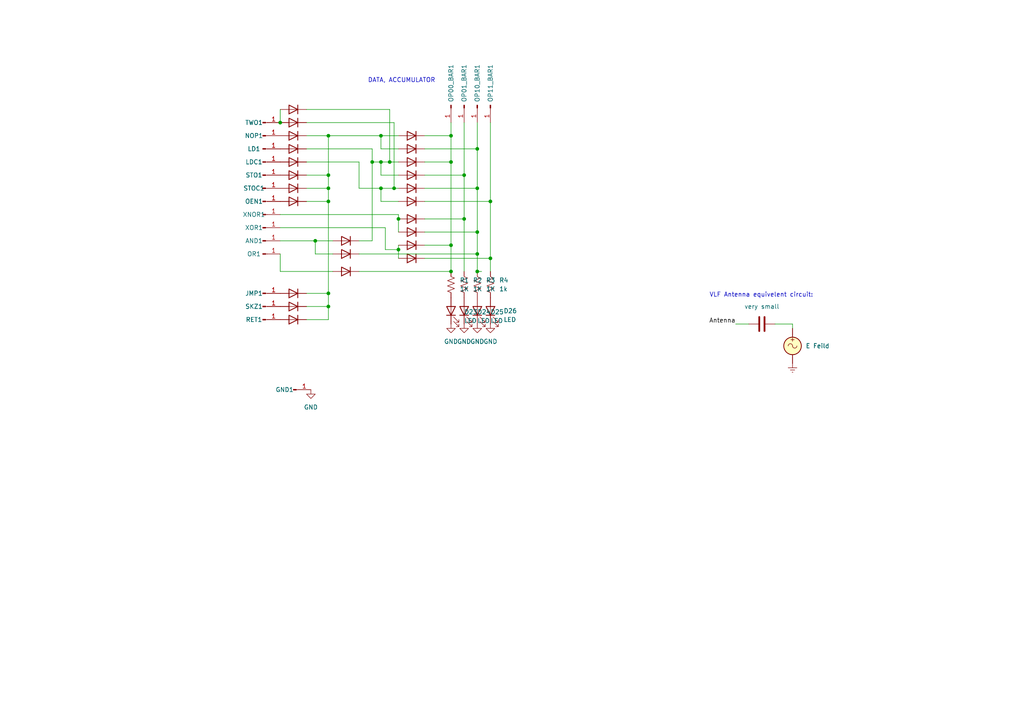
<source format=kicad_sch>
(kicad_sch (version 20230121) (generator eeschema)
  (paper "A4")
  (lib_symbols
    (symbol "Connector:Conn_01x01_Pin" (pin_names (offset 1.016) hide)
      (property "Reference" "J" (at 0 2.54 0))
      (property "Value" "Conn_01x01_Pin" (at 0 -2.54 0))
      (symbol "Conn_01x01_Pin_1_1"
        (polyline (pts (xy 1.27 0) (xy 0.8636 0)) (stroke (width 0.1524)))
        (rectangle (start 0.8636 0.127) (end 0 -0.127) (stroke (width 0.1524)) (fill (type outline)))
        (pin passive line (at 5.08 0 180) (length 3.81) (name "Pin_1") (number "1"))
      )
    )
    (symbol "Device:C" (pin_numbers hide) (pin_names (offset 0.254))
      (property "Reference" "C" (at 0.635 2.54 0))
      (property "Value" "C" (at 0.635 -2.54 0))
      (symbol "C_0_1"
        (polyline (pts (xy -2.032 -0.762) (xy 2.032 -0.762)) (stroke (width 0.508)))
        (polyline (pts (xy -2.032 0.762) (xy 2.032 0.762)) (stroke (width 0.508)))
      )
      (symbol "C_1_1"
        (pin passive line (at 0 3.81 270) (length 2.794) (name "~") (number "1"))
        (pin passive line (at 0 -3.81 90) (length 2.794) (name "~") (number "2"))
      )
    )
    (symbol "Device:D" (pin_numbers hide) (pin_names (offset 1.016) hide)
      (property "Reference" "D" (at 0 2.54 0))
      (property "Value" "D" (at 0 -2.54 0))
      (symbol "D_0_1"
        (polyline (pts (xy -1.27 1.27) (xy -1.27 -1.27)) (stroke (width 0.254)))
        (polyline (pts (xy 1.27 0) (xy -1.27 0)))
        (polyline (pts (xy 1.27 1.27) (xy 1.27 -1.27) (xy -1.27 0) (xy 1.27 1.27)) (stroke (width 0.254)))
      )
      (symbol "D_1_1"
        (pin passive line (at -3.81 0 0) (length 2.54) (name "K") (number "1"))
        (pin passive line (at 3.81 0 180) (length 2.54) (name "A") (number "2"))
      )
    )
    (symbol "Device:LED" (pin_numbers hide) (pin_names (offset 1.016) hide)
      (property "Reference" "D" (at 0 2.54 0))
      (property "Value" "LED" (at 0 -2.54 0))
      (symbol "LED_0_1"
        (polyline (pts (xy -1.27 -1.27) (xy -1.27 1.27)) (stroke (width 0.254)))
        (polyline (pts (xy -1.27 0) (xy 1.27 0)))
        (polyline (pts (xy 1.27 -1.27) (xy 1.27 1.27) (xy -1.27 0) (xy 1.27 -1.27)) (stroke (width 0.254)))
        (polyline (pts (xy -3.048 -0.762) (xy -4.572 -2.286) (xy -3.81 -2.286) (xy -4.572 -2.286) (xy -4.572 -1.524)))
        (polyline (pts (xy -1.778 -0.762) (xy -3.302 -2.286) (xy -2.54 -2.286) (xy -3.302 -2.286) (xy -3.302 -1.524)))
      )
      (symbol "LED_1_1"
        (pin passive line (at -3.81 0 0) (length 2.54) (name "K") (number "1"))
        (pin passive line (at 3.81 0 180) (length 2.54) (name "A") (number "2"))
      )
    )
    (symbol "Device:R_US" (pin_numbers hide) (pin_names (offset 0))
      (property "Reference" "R" (at 2.54 0 90))
      (property "Value" "R_US" (at -2.54 0 90))
      (symbol "R_US_0_1"
        (polyline (pts (xy 0 -2.286) (xy 0 -2.54)))
        (polyline (pts (xy 0 2.286) (xy 0 2.54)))
        (polyline (pts (xy 0 -0.762) (xy 1.016 -1.143) (xy 0 -1.524) (xy -1.016 -1.905) (xy 0 -2.286)))
        (polyline (pts (xy 0 0.762) (xy 1.016 0.381) (xy 0 0) (xy -1.016 -0.381) (xy 0 -0.762)))
        (polyline (pts (xy 0 2.286) (xy 1.016 1.905) (xy 0 1.524) (xy -1.016 1.143) (xy 0 0.762)))
      )
      (symbol "R_US_1_1"
        (pin passive line (at 0 3.81 270) (length 1.27) (name "~") (number "1"))
        (pin passive line (at 0 -3.81 90) (length 1.27) (name "~") (number "2"))
      )
    )
    (symbol "Simulation_SPICE:VSIN" (pin_numbers hide) (pin_names (offset 0.0254))
      (property "Reference" "V" (at 2.54 2.54 0))
      (property "Value" "VSIN" (at 2.54 0 0))
      (property "Sim.Params" "dc=0 ampl=1 f=1k ac=1" (at 2.54 -2.54 0))
      (symbol "VSIN_0_0"
        (arc (start 0 0) (mid -0.635 0.6323) (end -1.27 0))
        (arc (start 0 0) (mid 0.635 -0.6323) (end 1.27 0))
        (text "+" (at 0 1.905 0) (effects (font (size 1.27 1.27))))
      )
      (symbol "VSIN_0_1"
        (circle (center 0 0) (radius 2.54) (stroke (width 0.254)) (fill (type background)))
      )
      (symbol "VSIN_1_1"
        (pin passive line (at 0 5.08 270) (length 2.54) (name "~") (number "1"))
        (pin passive line (at 0 -5.08 90) (length 2.54) (name "~") (number "2"))
      )
    )
    (symbol "power:Earth" (power) (pin_names (offset 0))
      (symbol "Earth_0_1"
        (polyline (pts (xy -0.635 -1.905) (xy 0.635 -1.905)))
        (polyline (pts (xy -0.127 -2.54) (xy 0.127 -2.54)))
        (polyline (pts (xy 0 -1.27) (xy 0 0)))
        (polyline (pts (xy 1.27 -1.27) (xy -1.27 -1.27)))
      )
      (symbol "Earth_1_1"
        (pin power_in line (at 0 0 270) (length 0) hide (name "Earth") (number "1"))
      )
    )
    (symbol "power:GND" (power) (pin_names (offset 0))
      (property "Value" "GND" (at 0 -3.81 0))
      (symbol "GND_0_1"
        (polyline (pts (xy 0 0) (xy 0 -1.27) (xy 1.27 -1.27) (xy 0 -2.54) (xy -1.27 -1.27) (xy 0 -1.27)))
      )
      (symbol "GND_1_1"
        (pin power_in line (at 0 0 270) (length 0) hide (name "GND") (number "1"))
      )
    )
  )
  (junction (at 134.62 50.8))
  (junction (at 95.25 85.09))
  (junction (at 138.43 43.18))
  (junction (at 130.81 46.99))
  (junction (at 95.25 39.37))
  (junction (at 95.25 58.42))
  (junction (at 107.95 46.99))
  (junction (at 115.57 72.39))
  (junction (at 142.24 58.42))
  (junction (at 95.25 88.9))
  (junction (at 95.25 50.8))
  (junction (at 91.44 69.85))
  (junction (at 130.81 39.37))
  (junction (at 130.81 71.12))
  (junction (at 110.49 54.61))
  (junction (at 113.03 46.99))
  (junction (at 138.43 73.66))
  (junction (at 114.3 54.61))
  (junction (at 134.62 63.5))
  (junction (at 115.57 63.5))
  (junction (at 81.28 35.56))
  (junction (at 142.24 74.93))
  (junction (at 138.43 78.74))
  (junction (at 110.49 46.99))
  (junction (at 95.25 54.61))
  (junction (at 130.81 78.74))
  (junction (at 138.43 54.61))
  (junction (at 110.49 39.37))
  (junction (at 138.43 67.31))
  (wire (pts (xy 88.9 50.8) (xy 95.25 50.8)))
  (wire (pts (xy 88.9 58.42) (xy 95.25 58.42)))
  (wire (pts (xy 123.19 63.5) (xy 134.62 63.5)))
  (wire (pts (xy 96.52 73.66) (xy 91.44 73.66)))
  (wire (pts (xy 123.19 46.99) (xy 130.81 46.99)))
  (wire (pts (xy 114.3 54.61) (xy 114.3 35.56)))
  (wire (pts (xy 115.57 39.37) (xy 110.49 39.37)))
  (wire (pts (xy 115.57 72.39) (xy 111.76 72.39)))
  (wire (pts (xy 107.95 46.99) (xy 110.49 46.99)))
  (wire (pts (xy 110.49 58.42) (xy 115.57 58.42)))
  (wire (pts (xy 88.9 85.09) (xy 95.25 85.09)))
  (wire (pts (xy 110.49 43.18) (xy 110.49 39.37)))
  (wire (pts (xy 81.28 69.85) (xy 91.44 69.85)))
  (wire (pts (xy 88.9 46.99) (xy 104.14 46.99)))
  (wire (pts (xy 134.62 63.5) (xy 134.62 78.74)))
  (wire (pts (xy 110.49 43.18) (xy 115.57 43.18)))
  (wire (pts (xy 95.25 39.37) (xy 95.25 50.8)))
  (wire (pts (xy 110.49 54.61) (xy 110.49 58.42)))
  (wire (pts (xy 142.24 35.56) (xy 142.24 58.42)))
  (wire (pts (xy 130.81 71.12) (xy 130.81 78.74)))
  (wire (pts (xy 229.87 95.25) (xy 229.87 93.98)))
  (wire (pts (xy 95.25 88.9) (xy 95.25 92.71)))
  (wire (pts (xy 95.25 54.61) (xy 95.25 50.8)))
  (wire (pts (xy 123.19 54.61) (xy 138.43 54.61)))
  (wire (pts (xy 123.19 74.93) (xy 142.24 74.93)))
  (wire (pts (xy 104.14 78.74) (xy 130.81 78.74)))
  (wire (pts (xy 130.81 35.56) (xy 130.81 39.37)))
  (wire (pts (xy 113.03 46.99) (xy 115.57 46.99)))
  (wire (pts (xy 115.57 63.5) (xy 115.57 67.31)))
  (wire (pts (xy 88.9 54.61) (xy 95.25 54.61)))
  (wire (pts (xy 115.57 71.12) (xy 115.57 72.39)))
  (wire (pts (xy 111.76 72.39) (xy 111.76 66.04)))
  (wire (pts (xy 134.62 50.8) (xy 134.62 63.5)))
  (wire (pts (xy 107.95 69.85) (xy 107.95 46.99)))
  (wire (pts (xy 134.62 35.56) (xy 134.62 50.8)))
  (wire (pts (xy 113.03 31.75) (xy 88.9 31.75)))
  (wire (pts (xy 91.44 73.66) (xy 91.44 69.85)))
  (wire (pts (xy 88.9 92.71) (xy 95.25 92.71)))
  (wire (pts (xy 138.43 73.66) (xy 138.43 78.74)))
  (wire (pts (xy 113.03 46.99) (xy 113.03 31.75)))
  (wire (pts (xy 123.19 58.42) (xy 142.24 58.42)))
  (wire (pts (xy 139.7 78.74) (xy 138.43 78.74)))
  (wire (pts (xy 104.14 73.66) (xy 138.43 73.66)))
  (wire (pts (xy 88.9 43.18) (xy 107.95 43.18)))
  (wire (pts (xy 115.57 62.23) (xy 115.57 63.5)))
  (wire (pts (xy 138.43 35.56) (xy 138.43 43.18)))
  (wire (pts (xy 81.28 62.23) (xy 115.57 62.23)))
  (wire (pts (xy 107.95 43.18) (xy 107.95 46.99)))
  (wire (pts (xy 104.14 46.99) (xy 104.14 54.61)))
  (wire (pts (xy 224.79 93.98) (xy 229.87 93.98)))
  (wire (pts (xy 130.81 46.99) (xy 130.81 71.12)))
  (wire (pts (xy 130.81 39.37) (xy 130.81 46.99)))
  (wire (pts (xy 115.57 50.8) (xy 110.49 50.8)))
  (wire (pts (xy 142.24 74.93) (xy 142.24 78.74)))
  (wire (pts (xy 115.57 72.39) (xy 115.57 74.93)))
  (wire (pts (xy 95.25 85.09) (xy 95.25 88.9)))
  (wire (pts (xy 104.14 69.85) (xy 107.95 69.85)))
  (wire (pts (xy 115.57 54.61) (xy 114.3 54.61)))
  (wire (pts (xy 110.49 46.99) (xy 113.03 46.99)))
  (wire (pts (xy 142.24 58.42) (xy 142.24 74.93)))
  (wire (pts (xy 123.19 67.31) (xy 138.43 67.31)))
  (wire (pts (xy 95.25 58.42) (xy 95.25 54.61)))
  (wire (pts (xy 123.19 39.37) (xy 130.81 39.37)))
  (wire (pts (xy 95.25 39.37) (xy 88.9 39.37)))
  (wire (pts (xy 96.52 78.74) (xy 81.28 78.74)))
  (wire (pts (xy 95.25 85.09) (xy 95.25 58.42)))
  (wire (pts (xy 81.28 78.74) (xy 81.28 73.66)))
  (wire (pts (xy 123.19 43.18) (xy 138.43 43.18)))
  (wire (pts (xy 91.44 69.85) (xy 96.52 69.85)))
  (wire (pts (xy 138.43 43.18) (xy 138.43 54.61)))
  (wire (pts (xy 114.3 54.61) (xy 110.49 54.61)))
  (wire (pts (xy 104.14 54.61) (xy 110.49 54.61)))
  (wire (pts (xy 114.3 35.56) (xy 88.9 35.56)))
  (wire (pts (xy 110.49 39.37) (xy 95.25 39.37)))
  (wire (pts (xy 111.76 66.04) (xy 81.28 66.04)))
  (wire (pts (xy 88.9 88.9) (xy 95.25 88.9)))
  (wire (pts (xy 110.49 50.8) (xy 110.49 46.99)))
  (wire (pts (xy 213.36 93.98) (xy 217.17 93.98)))
  (wire (pts (xy 138.43 67.31) (xy 138.43 73.66)))
  (wire (pts (xy 138.43 54.61) (xy 138.43 67.31)))
  (wire (pts (xy 123.19 71.12) (xy 130.81 71.12)))
  (wire (pts (xy 81.28 31.75) (xy 81.28 35.56)))
  (wire (pts (xy 123.19 50.8) (xy 134.62 50.8)))
  (text "DATA, ACCUMULATOR" (at 106.68 24.13 0) (effects (font (size 1.27 1.27)) (justify left bottom)))
  (text "VLF Antenna equivelent circuit:" (at 205.74 86.36 0) (effects (font (size 1.27 1.27)) (justify left bottom)))
  (label "Antenna" (at 213.36 93.98 180))
  (symbol (lib_id "Device:LED") (at 130.81 90.17 90) (unit 1)
    (property "Reference" "D23" (at 134.62 90.4875 90) (effects (justify right)))
    (property "Value" "LED" (at 134.62 93.0275 90) (effects (justify right)))
    (property "Footprint" "LED_THT:LED_D3.0mm" (effects hide))
  )
  (symbol (lib_id "Connector:Conn_01x01_Pin") (at 76.2 73.66 0) (unit 1)
    (property "Reference" "OR1" (at 73.66 73.66 0))
    (property "Value" "Conn_01x01_Pin" (effects hide))
    (property "Footprint" "Connector_PinHeader_2.54mm:PinHeader_1x01_P2.54mm_Vertical" (effects hide))
  )
  (symbol (lib_id "Device:LED") (at 138.43 90.17 90) (unit 1)
    (property "Reference" "D25" (at 142.24 90.4875 90) (effects (justify right)))
    (property "Value" "LED" (at 142.24 93.0275 90) (effects (justify right)))
    (property "Footprint" "LED_THT:LED_D3.0mm" (effects hide))
  )
  (symbol (lib_id "Device:LED") (at 134.62 90.17 90) (unit 1)
    (property "Reference" "D24" (at 138.43 90.4875 90) (effects (justify right)))
    (property "Value" "LED" (at 138.43 93.0275 90) (effects (justify right)))
    (property "Footprint" "LED_THT:LED_D3.0mm" (effects hide))
  )
  (symbol (lib_id "Device:D") (at 119.38 46.99 180) (unit 1)
    (property "Reference" "D10" (effects hide))
    (property "Value" "D" (effects hide))
    (property "Footprint" "Diode_THT:D_DO-34_SOD68_P7.62mm_Horizontal" (effects hide))
    (property "Sim.Device" "D" (effects hide))
    (property "Sim.Pins" "1=K 2=A" (effects hide))
  )
  (symbol (lib_id "Connector:Conn_01x01_Pin") (at 142.24 30.48 270) (unit 1)
    (property "Reference" "OP11_BAR1" (at 142.24 24.13 0))
    (property "Value" "Conn_01x01_Pin" (effects hide))
    (property "Footprint" "Connector_PinHeader_2.54mm:PinHeader_1x01_P2.54mm_Vertical" (effects hide))
  )
  (symbol (lib_id "Device:C") (at 220.98 93.98 90) (unit 1)
    (property "Reference" "C1" (effects hide))
    (property "Value" "very small" (at 220.98 88.9 90))
  )
  (symbol (lib_id "Device:LED") (at 142.24 90.17 90) (unit 1)
    (property "Reference" "D26" (at 146.05 90.17 90) (effects (justify right)))
    (property "Value" "LED" (at 146.05 92.71 90) (effects (justify right)))
    (property "Footprint" "LED_THT:LED_D3.0mm" (effects hide))
  )
  (symbol (lib_id "Connector:Conn_01x01_Pin") (at 76.2 35.56 0) (unit 1)
    (property "Reference" "TWO1" (at 73.66 35.56 0))
    (property "Value" "Conn_01x01_Pin" (effects hide))
    (property "Footprint" "Connector_PinHeader_2.54mm:PinHeader_1x01_P2.54mm_Vertical" (effects hide))
  )
  (symbol (lib_id "Device:R_US") (at 138.43 82.55 0) (unit 1)
    (property "Reference" "R3" (at 140.97 81.28 0) (effects (justify left)))
    (property "Value" "1K" (at 140.97 83.82 0) (effects (justify left)))
    (property "Footprint" "Resistor_THT:R_Axial_DIN0204_L3.6mm_D1.6mm_P7.62mm_Horizontal" (effects hide))
  )
  (symbol (lib_id "Device:D") (at 100.33 69.85 180) (unit 1)
    (property "Reference" "D20" (effects hide))
    (property "Value" "D" (effects hide))
    (property "Footprint" "Diode_THT:D_DO-34_SOD68_P7.62mm_Horizontal" (effects hide))
    (property "Sim.Device" "D" (effects hide))
    (property "Sim.Pins" "1=K 2=A" (effects hide))
  )
  (symbol (lib_id "Connector:Conn_01x01_Pin") (at 76.2 50.8 0) (unit 1)
    (property "Reference" "STO1" (at 73.66 50.8 0))
    (property "Value" "Conn_01x01_Pin" (effects hide))
    (property "Footprint" "Connector_PinHeader_2.54mm:PinHeader_1x01_P2.54mm_Vertical" (effects hide))
  )
  (symbol (lib_id "Device:D") (at 119.38 39.37 180) (unit 1)
    (property "Reference" "D8" (effects hide))
    (property "Value" "D" (effects hide))
    (property "Footprint" "Diode_THT:D_DO-34_SOD68_P7.62mm_Horizontal" (effects hide))
    (property "Sim.Device" "D" (effects hide))
    (property "Sim.Pins" "1=K 2=A" (effects hide))
  )
  (symbol (lib_id "Device:D") (at 119.38 54.61 180) (unit 1)
    (property "Reference" "D12" (effects hide))
    (property "Value" "D" (effects hide))
    (property "Footprint" "Diode_THT:D_DO-34_SOD68_P7.62mm_Horizontal" (effects hide))
    (property "Sim.Device" "D" (effects hide))
    (property "Sim.Pins" "1=K 2=A" (effects hide))
  )
  (symbol (lib_id "Device:D") (at 85.09 54.61 180) (unit 1)
    (property "Reference" "D3" (effects hide))
    (property "Value" "D" (effects hide))
    (property "Footprint" "Diode_THT:D_DO-34_SOD68_P7.62mm_Horizontal" (effects hide))
    (property "Sim.Device" "D" (effects hide))
    (property "Sim.Pins" "1=K 2=A" (effects hide))
  )
  (symbol (lib_id "power:GND") (at 134.62 93.98 0) (unit 1)
    (property "Reference" "#PWR02" (effects hide))
    (property "Value" "GND" (at 134.62 99.06 0))
  )
  (symbol (lib_id "power:Earth") (at 229.87 105.41 0) (unit 1)
    (property "Reference" "#PWR06" (effects hide))
    (property "Value" "Earth" (effects hide))
  )
  (symbol (lib_id "Connector:Conn_01x01_Pin") (at 76.2 66.04 0) (unit 1)
    (property "Reference" "XOR1" (at 73.66 66.04 0))
    (property "Value" "Conn_01x01_Pin" (effects hide))
    (property "Footprint" "Connector_PinHeader_2.54mm:PinHeader_1x01_P2.54mm_Vertical" (effects hide))
  )
  (symbol (lib_id "Connector:Conn_01x01_Pin") (at 76.2 88.9 0) (unit 1)
    (property "Reference" "SKZ1" (at 73.66 88.9 0))
    (property "Value" "Conn_01x01_Pin" (effects hide))
    (property "Footprint" "Connector_PinHeader_2.54mm:PinHeader_1x01_P2.54mm_Vertical" (effects hide))
  )
  (symbol (lib_id "Device:D") (at 100.33 78.74 180) (unit 1)
    (property "Reference" "D22" (effects hide))
    (property "Value" "D" (effects hide))
    (property "Footprint" "Diode_THT:D_DO-34_SOD68_P7.62mm_Horizontal" (effects hide))
    (property "Sim.Device" "D" (effects hide))
    (property "Sim.Pins" "1=K 2=A" (effects hide))
  )
  (symbol (lib_id "power:GND") (at 130.81 93.98 0) (unit 1)
    (property "Reference" "#PWR01" (effects hide))
    (property "Value" "GND" (at 130.81 99.06 0))
  )
  (symbol (lib_id "Device:D") (at 85.09 31.75 180) (unit 1)
    (property "Reference" "D28" (effects hide))
    (property "Value" "D" (effects hide))
    (property "Footprint" "Diode_THT:D_DO-34_SOD68_P7.62mm_Horizontal" (effects hide))
    (property "Sim.Device" "D" (effects hide))
    (property "Sim.Pins" "1=K 2=A" (effects hide))
  )
  (symbol (lib_id "Connector:Conn_01x01_Pin") (at 76.2 43.18 0) (unit 1)
    (property "Reference" "LD1" (at 73.66 43.18 0))
    (property "Value" "Conn_01x01_Pin" (effects hide))
    (property "Footprint" "Connector_PinHeader_2.54mm:PinHeader_1x01_P2.54mm_Vertical" (effects hide))
  )
  (symbol (lib_id "Connector:Conn_01x01_Pin") (at 76.2 54.61 0) (unit 1)
    (property "Reference" "STOC1" (at 73.66 54.61 0))
    (property "Value" "Conn_01x01_Pin" (effects hide))
    (property "Footprint" "Connector_PinHeader_2.54mm:PinHeader_1x01_P2.54mm_Vertical" (effects hide))
  )
  (symbol (lib_id "Connector:Conn_01x01_Pin") (at 76.2 46.99 0) (unit 1)
    (property "Reference" "LDC1" (at 73.66 46.99 0))
    (property "Value" "Conn_01x01_Pin" (effects hide))
    (property "Footprint" "Connector_PinHeader_2.54mm:PinHeader_1x01_P2.54mm_Vertical" (effects hide))
  )
  (symbol (lib_id "Device:D") (at 119.38 71.12 180) (unit 1)
    (property "Reference" "D18" (effects hide))
    (property "Value" "D" (effects hide))
    (property "Footprint" "Diode_THT:D_DO-34_SOD68_P7.62mm_Horizontal" (effects hide))
    (property "Sim.Device" "D" (effects hide))
    (property "Sim.Pins" "1=K 2=A" (effects hide))
  )
  (symbol (lib_id "Connector:Conn_01x01_Pin") (at 76.2 62.23 0) (unit 1)
    (property "Reference" "XNOR1" (at 73.66 62.23 0))
    (property "Value" "Conn_01x01_Pin" (effects hide))
    (property "Footprint" "Connector_PinHeader_2.54mm:PinHeader_1x01_P2.54mm_Vertical" (effects hide))
  )
  (symbol (lib_id "Simulation_SPICE:VSIN") (at 229.87 100.33 0) (unit 1)
    (property "Reference" "V1" (effects hide))
    (property "Value" "E Feild" (at 233.68 100.33 0) (effects (justify left)))
    (property "Sim.Pins" "1=+ 2=-" (effects hide))
    (property "Sim.Params" "dc=0 ampl=1 f=1k ac=1" (effects hide))
    (property "Sim.Type" "SIN" (effects hide))
    (property "Sim.Device" "V" (effects hide))
  )
  (symbol (lib_id "Device:D") (at 85.09 39.37 180) (unit 1)
    (property "Reference" "D1" (effects hide))
    (property "Value" "D" (effects hide))
    (property "Footprint" "Diode_THT:D_DO-34_SOD68_P7.62mm_Horizontal" (effects hide))
    (property "Sim.Device" "D" (effects hide))
    (property "Sim.Pins" "1=K 2=A" (effects hide))
  )
  (symbol (lib_id "Device:D") (at 85.09 88.9 180) (unit 1)
    (property "Reference" "D6" (effects hide))
    (property "Value" "D" (effects hide))
    (property "Footprint" "Diode_THT:D_DO-34_SOD68_P7.62mm_Horizontal" (effects hide))
    (property "Sim.Device" "D" (effects hide))
    (property "Sim.Pins" "1=K 2=A" (effects hide))
  )
  (symbol (lib_id "Connector:Conn_01x01_Pin") (at 138.43 30.48 270) (unit 1)
    (property "Reference" "OP10_BAR1" (at 138.43 24.13 0))
    (property "Value" "Conn_01x01_Pin" (effects hide))
    (property "Footprint" "Connector_PinHeader_2.54mm:PinHeader_1x01_P2.54mm_Vertical" (effects hide))
  )
  (symbol (lib_id "Device:D") (at 119.38 63.5 180) (unit 1)
    (property "Reference" "D16" (effects hide))
    (property "Value" "D" (effects hide))
    (property "Footprint" "Diode_THT:D_DO-34_SOD68_P7.62mm_Horizontal" (effects hide))
    (property "Sim.Device" "D" (effects hide))
    (property "Sim.Pins" "1=K 2=A" (effects hide))
  )
  (symbol (lib_id "Device:D") (at 85.09 43.18 180) (unit 1)
    (property "Reference" "D14" (effects hide))
    (property "Value" "D" (effects hide))
    (property "Footprint" "Diode_THT:D_DO-34_SOD68_P7.62mm_Horizontal" (effects hide))
    (property "Sim.Device" "D" (effects hide))
    (property "Sim.Pins" "1=K 2=A" (effects hide))
  )
  (symbol (lib_id "Device:D") (at 100.33 73.66 180) (unit 1)
    (property "Reference" "D21" (effects hide))
    (property "Value" "D" (effects hide))
    (property "Footprint" "Diode_THT:D_DO-34_SOD68_P7.62mm_Horizontal" (effects hide))
    (property "Sim.Device" "D" (effects hide))
    (property "Sim.Pins" "1=K 2=A" (effects hide))
  )
  (symbol (lib_id "Device:R_US") (at 130.81 82.55 0) (unit 1)
    (property "Reference" "R1" (at 133.35 81.28 0) (effects (justify left)))
    (property "Value" "1K" (at 133.35 83.82 0) (effects (justify left)))
    (property "Footprint" "Resistor_THT:R_Axial_DIN0204_L3.6mm_D1.6mm_P7.62mm_Horizontal" (effects hide))
  )
  (symbol (lib_id "Connector:Conn_01x01_Pin") (at 85.09 113.03 0) (unit 1)
    (property "Reference" "GND1" (at 82.55 113.03 0))
    (property "Value" "Conn_01x01_Pin" (effects hide))
    (property "Footprint" "Connector_PinHeader_2.54mm:PinHeader_1x01_P2.54mm_Vertical" (effects hide))
  )
  (symbol (lib_id "power:GND") (at 142.24 93.98 0) (unit 1)
    (property "Reference" "#PWR04" (effects hide))
    (property "Value" "GND" (at 142.24 99.06 0))
  )
  (symbol (lib_id "Device:D") (at 85.09 58.42 180) (unit 1)
    (property "Reference" "D4" (effects hide))
    (property "Value" "D" (effects hide))
    (property "Footprint" "Diode_THT:D_DO-34_SOD68_P7.62mm_Horizontal" (effects hide))
    (property "Sim.Device" "D" (effects hide))
    (property "Sim.Pins" "1=K 2=A" (effects hide))
  )
  (symbol (lib_id "Device:D") (at 119.38 43.18 180) (unit 1)
    (property "Reference" "D9" (effects hide))
    (property "Value" "D" (effects hide))
    (property "Footprint" "Diode_THT:D_DO-34_SOD68_P7.62mm_Horizontal" (effects hide))
    (property "Sim.Device" "D" (effects hide))
    (property "Sim.Pins" "1=K 2=A" (effects hide))
  )
  (symbol (lib_id "Connector:Conn_01x01_Pin") (at 76.2 69.85 0) (unit 1)
    (property "Reference" "AND1" (at 73.66 69.85 0))
    (property "Value" "Conn_01x01_Pin" (effects hide))
    (property "Footprint" "Connector_PinHeader_2.54mm:PinHeader_1x01_P2.54mm_Vertical" (effects hide))
  )
  (symbol (lib_id "Connector:Conn_01x01_Pin") (at 130.81 30.48 270) (unit 1)
    (property "Reference" "OP00_BAR1" (at 130.81 24.13 0))
    (property "Value" "Conn_01x01_Pin" (effects hide))
    (property "Footprint" "Connector_PinHeader_2.54mm:PinHeader_1x01_P2.54mm_Vertical" (effects hide))
  )
  (symbol (lib_id "Connector:Conn_01x01_Pin") (at 76.2 58.42 0) (unit 1)
    (property "Reference" "OEN1" (at 73.66 58.42 0))
    (property "Value" "Conn_01x01_Pin" (effects hide))
    (property "Footprint" "Connector_PinHeader_2.54mm:PinHeader_1x01_P2.54mm_Vertical" (effects hide))
  )
  (symbol (lib_id "Device:R_US") (at 134.62 82.55 0) (unit 1)
    (property "Reference" "R2" (at 137.16 81.28 0) (effects (justify left)))
    (property "Value" "1K" (at 137.16 83.82 0) (effects (justify left)))
    (property "Footprint" "Resistor_THT:R_Axial_DIN0204_L3.6mm_D1.6mm_P7.62mm_Horizontal" (effects hide))
  )
  (symbol (lib_id "Connector:Conn_01x01_Pin") (at 76.2 85.09 0) (unit 1)
    (property "Reference" "JMP1" (at 73.66 85.09 0))
    (property "Value" "Conn_01x01_Pin" (effects hide))
    (property "Footprint" "Connector_PinHeader_2.54mm:PinHeader_1x01_P2.54mm_Vertical" (effects hide))
  )
  (symbol (lib_id "power:GND") (at 90.17 113.03 0) (unit 1)
    (property "Reference" "#PWR05" (effects hide))
    (property "Value" "GND" (at 90.17 118.11 0))
  )
  (symbol (lib_id "Device:D") (at 85.09 46.99 180) (unit 1)
    (property "Reference" "D15" (effects hide))
    (property "Value" "D" (effects hide))
    (property "Footprint" "Diode_THT:D_DO-34_SOD68_P7.62mm_Horizontal" (effects hide))
    (property "Sim.Device" "D" (effects hide))
    (property "Sim.Pins" "1=K 2=A" (effects hide))
  )
  (symbol (lib_id "Device:R_US") (at 142.24 82.55 0) (unit 1)
    (property "Reference" "R4" (at 144.78 81.28 0) (effects (justify left)))
    (property "Value" "1k" (at 144.78 83.82 0) (effects (justify left)))
    (property "Footprint" "Resistor_THT:R_Axial_DIN0204_L3.6mm_D1.6mm_P7.62mm_Horizontal" (effects hide))
  )
  (symbol (lib_id "Device:D") (at 85.09 35.56 180) (unit 1)
    (property "Reference" "D27" (effects hide))
    (property "Value" "D" (effects hide))
    (property "Footprint" "Diode_THT:D_DO-34_SOD68_P7.62mm_Horizontal" (effects hide))
    (property "Sim.Device" "D" (effects hide))
    (property "Sim.Pins" "1=K 2=A" (effects hide))
  )
  (symbol (lib_id "Device:D") (at 119.38 67.31 180) (unit 1)
    (property "Reference" "D17" (effects hide))
    (property "Value" "D" (effects hide))
    (property "Footprint" "Diode_THT:D_DO-34_SOD68_P7.62mm_Horizontal" (effects hide))
    (property "Sim.Device" "D" (effects hide))
    (property "Sim.Pins" "1=K 2=A" (effects hide))
  )
  (symbol (lib_id "Connector:Conn_01x01_Pin") (at 134.62 30.48 270) (unit 1)
    (property "Reference" "OP01_BAR1" (at 134.62 24.13 0))
    (property "Value" "Conn_01x01_Pin" (effects hide))
    (property "Footprint" "Connector_PinHeader_2.54mm:PinHeader_1x01_P2.54mm_Vertical" (effects hide))
  )
  (symbol (lib_id "Device:D") (at 119.38 74.93 180) (unit 1)
    (property "Reference" "D19" (effects hide))
    (property "Value" "D" (effects hide))
    (property "Footprint" "Diode_THT:D_DO-34_SOD68_P7.62mm_Horizontal" (effects hide))
    (property "Sim.Device" "D" (effects hide))
    (property "Sim.Pins" "1=K 2=A" (effects hide))
  )
  (symbol (lib_id "Device:D") (at 119.38 58.42 180) (unit 1)
    (property "Reference" "D13" (effects hide))
    (property "Value" "D" (effects hide))
    (property "Footprint" "Diode_THT:D_DO-34_SOD68_P7.62mm_Horizontal" (effects hide))
    (property "Sim.Device" "D" (effects hide))
    (property "Sim.Pins" "1=K 2=A" (effects hide))
  )
  (symbol (lib_id "Device:D") (at 85.09 92.71 180) (unit 1)
    (property "Reference" "D7" (effects hide))
    (property "Value" "D" (effects hide))
    (property "Footprint" "Diode_THT:D_DO-34_SOD68_P7.62mm_Horizontal" (effects hide))
    (property "Sim.Device" "D" (effects hide))
    (property "Sim.Pins" "1=K 2=A" (effects hide))
  )
  (symbol (lib_id "Device:D") (at 119.38 50.8 180) (unit 1)
    (property "Reference" "D11" (effects hide))
    (property "Value" "D" (effects hide))
    (property "Footprint" "Diode_THT:D_DO-34_SOD68_P7.62mm_Horizontal" (effects hide))
    (property "Sim.Device" "D" (effects hide))
    (property "Sim.Pins" "1=K 2=A" (effects hide))
  )
  (symbol (lib_id "Connector:Conn_01x01_Pin") (at 76.2 39.37 0) (unit 1)
    (property "Reference" "NOP1" (at 73.66 39.37 0))
    (property "Value" "Conn_01x01_Pin" (effects hide))
    (property "Footprint" "Connector_PinHeader_2.54mm:PinHeader_1x01_P2.54mm_Vertical" (effects hide))
  )
  (symbol (lib_id "Device:D") (at 85.09 85.09 180) (unit 1)
    (property "Reference" "D5" (effects hide))
    (property "Value" "D" (effects hide))
    (property "Footprint" "Diode_THT:D_DO-34_SOD68_P7.62mm_Horizontal" (effects hide))
    (property "Sim.Device" "D" (effects hide))
    (property "Sim.Pins" "1=K 2=A" (effects hide))
  )
  (symbol (lib_id "Device:D") (at 85.09 50.8 180) (unit 1)
    (property "Reference" "D2" (effects hide))
    (property "Value" "D" (effects hide))
    (property "Footprint" "Diode_THT:D_DO-34_SOD68_P7.62mm_Horizontal" (effects hide))
    (property "Sim.Device" "D" (effects hide))
    (property "Sim.Pins" "1=K 2=A" (effects hide))
  )
  (symbol (lib_id "power:GND") (at 138.43 93.98 0) (unit 1)
    (property "Reference" "#PWR03" (effects hide))
    (property "Value" "GND" (at 138.43 99.06 0))
  )
  (symbol (lib_id "Connector:Conn_01x01_Pin") (at 76.2 92.71 0) (unit 1)
    (property "Reference" "RET1" (at 73.66 92.71 0))
    (property "Value" "Conn_01x01_Pin" (effects hide))
    (property "Footprint" "Connector_PinHeader_2.54mm:PinHeader_1x01_P2.54mm_Vertical" (effects hide))
  )
)
</source>
